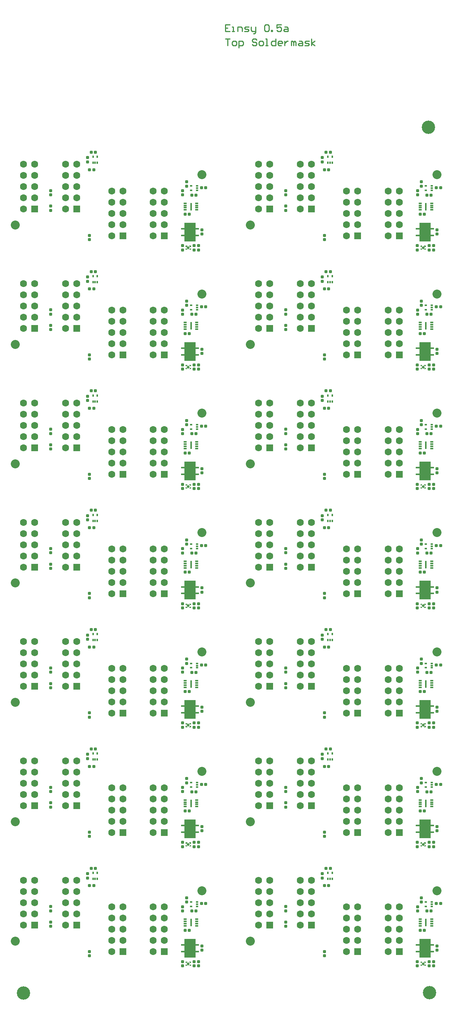
<source format=gts>
G04 Layer_Color=8388736*
%FSLAX24Y24*%
%MOIN*%
G70*
G01*
G75*
%ADD12C,0.0100*%
%ADD14P,0.0290X4X180.0*%
%ADD51R,0.1040X0.1680*%
G04:AMPARAMS|DCode=52|XSize=118.7mil|YSize=118.7mil|CornerRadius=59.4mil|HoleSize=0mil|Usage=FLASHONLY|Rotation=90.000|XOffset=0mil|YOffset=0mil|HoleType=Round|Shape=RoundedRectangle|*
%AMROUNDEDRECTD52*
21,1,0.1187,0.0000,0,0,90.0*
21,1,0.0000,0.1187,0,0,90.0*
1,1,0.1187,0.0000,0.0000*
1,1,0.1187,0.0000,0.0000*
1,1,0.1187,0.0000,0.0000*
1,1,0.1187,0.0000,0.0000*
%
%ADD52ROUNDEDRECTD52*%
%ADD53R,0.0847X0.0847*%
%ADD54O,0.0355X0.0150*%
%ADD55O,0.0150X0.0355*%
%ADD56R,0.0257X0.0138*%
%ADD57R,0.0119X0.0670*%
G04:AMPARAMS|DCode=58|XSize=26mil|YSize=28mil|CornerRadius=6.4mil|HoleSize=0mil|Usage=FLASHONLY|Rotation=90.000|XOffset=0mil|YOffset=0mil|HoleType=Round|Shape=RoundedRectangle|*
%AMROUNDEDRECTD58*
21,1,0.0260,0.0152,0,0,90.0*
21,1,0.0132,0.0280,0,0,90.0*
1,1,0.0128,0.0076,0.0066*
1,1,0.0128,0.0076,-0.0066*
1,1,0.0128,-0.0076,-0.0066*
1,1,0.0128,-0.0076,0.0066*
%
%ADD58ROUNDEDRECTD58*%
%ADD59R,0.0158X0.0217*%
G04:AMPARAMS|DCode=60|XSize=26mil|YSize=28mil|CornerRadius=6.4mil|HoleSize=0mil|Usage=FLASHONLY|Rotation=180.000|XOffset=0mil|YOffset=0mil|HoleType=Round|Shape=RoundedRectangle|*
%AMROUNDEDRECTD60*
21,1,0.0260,0.0152,0,0,180.0*
21,1,0.0132,0.0280,0,0,180.0*
1,1,0.0128,-0.0066,0.0076*
1,1,0.0128,0.0066,0.0076*
1,1,0.0128,0.0066,-0.0076*
1,1,0.0128,-0.0066,-0.0076*
%
%ADD60ROUNDEDRECTD60*%
G04:AMPARAMS|DCode=61|XSize=80mil|YSize=80mil|CornerRadius=40mil|HoleSize=0mil|Usage=FLASHONLY|Rotation=360.000|XOffset=0mil|YOffset=0mil|HoleType=Round|Shape=RoundedRectangle|*
%AMROUNDEDRECTD61*
21,1,0.0800,0.0000,0,0,360.0*
21,1,0.0000,0.0800,0,0,360.0*
1,1,0.0800,0.0000,0.0000*
1,1,0.0800,0.0000,0.0000*
1,1,0.0800,0.0000,0.0000*
1,1,0.0800,0.0000,0.0000*
%
%ADD61ROUNDEDRECTD61*%
%ADD62R,0.0217X0.0158*%
%ADD63R,0.0631X0.0631*%
%ADD64C,0.0631*%
G36*
X41009Y67932D02*
X40907D01*
X40848Y67991D01*
Y68034D01*
X41009D01*
Y67932D01*
D02*
G37*
G36*
X40682Y67991D02*
X40623Y67932D01*
X40521D01*
Y68034D01*
X40682D01*
Y67991D01*
D02*
G37*
G36*
X19989Y67932D02*
X19887D01*
X19828Y67991D01*
Y68034D01*
X19989D01*
Y67932D01*
D02*
G37*
G36*
X19662Y67991D02*
X19603Y67932D01*
X19501D01*
Y68034D01*
X19662D01*
Y67991D01*
D02*
G37*
G36*
X41009Y67672D02*
X40848D01*
Y67715D01*
X40907Y67774D01*
X41009D01*
Y67672D01*
D02*
G37*
G36*
X40682Y67715D02*
Y67672D01*
X40521D01*
Y67774D01*
X40623D01*
X40682Y67715D01*
D02*
G37*
G36*
X19989Y67672D02*
X19828D01*
Y67715D01*
X19887Y67774D01*
X19989D01*
Y67672D01*
D02*
G37*
G36*
X19662Y67715D02*
Y67672D01*
X19501D01*
Y67774D01*
X19603D01*
X19662Y67715D01*
D02*
G37*
G36*
X41009Y57272D02*
X40907D01*
X40848Y57331D01*
Y57374D01*
X41009D01*
Y57272D01*
D02*
G37*
G36*
X40682Y57331D02*
X40623Y57272D01*
X40521D01*
Y57374D01*
X40682D01*
Y57331D01*
D02*
G37*
G36*
X19989Y57272D02*
X19887D01*
X19828Y57331D01*
Y57374D01*
X19989D01*
Y57272D01*
D02*
G37*
G36*
X19662Y57331D02*
X19603Y57272D01*
X19501D01*
Y57374D01*
X19662D01*
Y57331D01*
D02*
G37*
G36*
X41009Y57012D02*
X40848D01*
Y57055D01*
X40907Y57114D01*
X41009D01*
Y57012D01*
D02*
G37*
G36*
X40682Y57055D02*
Y57012D01*
X40521D01*
Y57114D01*
X40623D01*
X40682Y57055D01*
D02*
G37*
G36*
X19989Y57012D02*
X19828D01*
Y57055D01*
X19887Y57114D01*
X19989D01*
Y57012D01*
D02*
G37*
G36*
X19662Y57055D02*
Y57012D01*
X19501D01*
Y57114D01*
X19603D01*
X19662Y57055D01*
D02*
G37*
G36*
X41009Y46612D02*
X40907D01*
X40848Y46671D01*
Y46714D01*
X41009D01*
Y46612D01*
D02*
G37*
G36*
X40682Y46671D02*
X40623Y46612D01*
X40521D01*
Y46714D01*
X40682D01*
Y46671D01*
D02*
G37*
G36*
X19989Y46612D02*
X19887D01*
X19828Y46671D01*
Y46714D01*
X19989D01*
Y46612D01*
D02*
G37*
G36*
X19662Y46671D02*
X19603Y46612D01*
X19501D01*
Y46714D01*
X19662D01*
Y46671D01*
D02*
G37*
G36*
X41009Y46352D02*
X40848D01*
Y46395D01*
X40907Y46454D01*
X41009D01*
Y46352D01*
D02*
G37*
G36*
X40682Y46395D02*
Y46352D01*
X40521D01*
Y46454D01*
X40623D01*
X40682Y46395D01*
D02*
G37*
G36*
X19989Y46352D02*
X19828D01*
Y46395D01*
X19887Y46454D01*
X19989D01*
Y46352D01*
D02*
G37*
G36*
X19662Y46395D02*
Y46352D01*
X19501D01*
Y46454D01*
X19603D01*
X19662Y46395D01*
D02*
G37*
G36*
X41009Y35952D02*
X40907D01*
X40848Y36011D01*
Y36054D01*
X41009D01*
Y35952D01*
D02*
G37*
G36*
X40682Y36011D02*
X40623Y35952D01*
X40521D01*
Y36054D01*
X40682D01*
Y36011D01*
D02*
G37*
G36*
X19989Y35952D02*
X19887D01*
X19828Y36011D01*
Y36054D01*
X19989D01*
Y35952D01*
D02*
G37*
G36*
X19662Y36011D02*
X19603Y35952D01*
X19501D01*
Y36054D01*
X19662D01*
Y36011D01*
D02*
G37*
G36*
X41009Y35692D02*
X40848D01*
Y35735D01*
X40907Y35794D01*
X41009D01*
Y35692D01*
D02*
G37*
G36*
X40682Y35735D02*
Y35692D01*
X40521D01*
Y35794D01*
X40623D01*
X40682Y35735D01*
D02*
G37*
G36*
X19989Y35692D02*
X19828D01*
Y35735D01*
X19887Y35794D01*
X19989D01*
Y35692D01*
D02*
G37*
G36*
X19662Y35735D02*
Y35692D01*
X19501D01*
Y35794D01*
X19603D01*
X19662Y35735D01*
D02*
G37*
G36*
X41009Y25292D02*
X40907D01*
X40848Y25351D01*
Y25394D01*
X41009D01*
Y25292D01*
D02*
G37*
G36*
X40682Y25351D02*
X40623Y25292D01*
X40521D01*
Y25394D01*
X40682D01*
Y25351D01*
D02*
G37*
G36*
X19989Y25292D02*
X19887D01*
X19828Y25351D01*
Y25394D01*
X19989D01*
Y25292D01*
D02*
G37*
G36*
X19662Y25351D02*
X19603Y25292D01*
X19501D01*
Y25394D01*
X19662D01*
Y25351D01*
D02*
G37*
G36*
X41009Y25032D02*
X40848D01*
Y25075D01*
X40907Y25134D01*
X41009D01*
Y25032D01*
D02*
G37*
G36*
X40682Y25075D02*
Y25032D01*
X40521D01*
Y25134D01*
X40623D01*
X40682Y25075D01*
D02*
G37*
G36*
X19989Y25032D02*
X19828D01*
Y25075D01*
X19887Y25134D01*
X19989D01*
Y25032D01*
D02*
G37*
G36*
X19662Y25075D02*
Y25032D01*
X19501D01*
Y25134D01*
X19603D01*
X19662Y25075D01*
D02*
G37*
G36*
X41009Y14632D02*
X40907D01*
X40848Y14691D01*
Y14734D01*
X41009D01*
Y14632D01*
D02*
G37*
G36*
X40682Y14691D02*
X40623Y14632D01*
X40521D01*
Y14734D01*
X40682D01*
Y14691D01*
D02*
G37*
G36*
X19989Y14632D02*
X19887D01*
X19828Y14691D01*
Y14734D01*
X19989D01*
Y14632D01*
D02*
G37*
G36*
X19662Y14691D02*
X19603Y14632D01*
X19501D01*
Y14734D01*
X19662D01*
Y14691D01*
D02*
G37*
G36*
X41009Y14372D02*
X40848D01*
Y14415D01*
X40907Y14474D01*
X41009D01*
Y14372D01*
D02*
G37*
G36*
X40682Y14415D02*
Y14372D01*
X40521D01*
Y14474D01*
X40623D01*
X40682Y14415D01*
D02*
G37*
G36*
X19989Y14372D02*
X19828D01*
Y14415D01*
X19887Y14474D01*
X19989D01*
Y14372D01*
D02*
G37*
G36*
X19662Y14415D02*
Y14372D01*
X19501D01*
Y14474D01*
X19603D01*
X19662Y14415D01*
D02*
G37*
G36*
X41009Y3972D02*
X40907D01*
X40848Y4031D01*
Y4074D01*
X41009D01*
Y3972D01*
D02*
G37*
G36*
X40682Y4031D02*
X40623Y3972D01*
X40521D01*
Y4074D01*
X40682D01*
Y4031D01*
D02*
G37*
G36*
X19989Y3972D02*
X19887D01*
X19828Y4031D01*
Y4074D01*
X19989D01*
Y3972D01*
D02*
G37*
G36*
X19662Y4031D02*
X19603Y3972D01*
X19501D01*
Y4074D01*
X19662D01*
Y4031D01*
D02*
G37*
G36*
X41009Y3712D02*
X40848D01*
Y3755D01*
X40907Y3814D01*
X41009D01*
Y3712D01*
D02*
G37*
G36*
X40682Y3755D02*
Y3712D01*
X40521D01*
Y3814D01*
X40623D01*
X40682Y3755D01*
D02*
G37*
G36*
X19989Y3712D02*
X19828D01*
Y3755D01*
X19887Y3814D01*
X19989D01*
Y3712D01*
D02*
G37*
G36*
X19662Y3755D02*
Y3712D01*
X19501D01*
Y3814D01*
X19603D01*
X19662Y3755D01*
D02*
G37*
G54D12*
X23477Y87775D02*
X23077D01*
Y87175D01*
X23477D01*
X23077Y87475D02*
X23277D01*
X23677Y87175D02*
X23877D01*
X23777D01*
Y87575D01*
X23677D01*
X24176Y87175D02*
Y87575D01*
X24476D01*
X24576Y87475D01*
Y87175D01*
X24776D02*
X25076D01*
X25176Y87275D01*
X25076Y87375D01*
X24876D01*
X24776Y87475D01*
X24876Y87575D01*
X25176D01*
X25376D02*
Y87275D01*
X25476Y87175D01*
X25776D01*
Y87075D01*
X25676Y86975D01*
X25576D01*
X25776Y87175D02*
Y87575D01*
X26576Y87675D02*
X26676Y87775D01*
X26876D01*
X26976Y87675D01*
Y87275D01*
X26876Y87175D01*
X26676D01*
X26576Y87275D01*
Y87675D01*
X27175Y87175D02*
Y87275D01*
X27275D01*
Y87175D01*
X27175D01*
X28075Y87775D02*
X27675D01*
Y87475D01*
X27875Y87575D01*
X27975D01*
X28075Y87475D01*
Y87275D01*
X27975Y87175D01*
X27775D01*
X27675Y87275D01*
X28375Y87575D02*
X28575D01*
X28675Y87475D01*
Y87175D01*
X28375D01*
X28275Y87275D01*
X28375Y87375D01*
X28675D01*
X23077Y86525D02*
X23477D01*
X23277D01*
Y85925D01*
X23777D02*
X23976D01*
X24076Y86025D01*
Y86225D01*
X23976Y86325D01*
X23777D01*
X23677Y86225D01*
Y86025D01*
X23777Y85925D01*
X24276Y85725D02*
Y86325D01*
X24576D01*
X24676Y86225D01*
Y86025D01*
X24576Y85925D01*
X24276D01*
X25876Y86425D02*
X25776Y86525D01*
X25576D01*
X25476Y86425D01*
Y86325D01*
X25576Y86225D01*
X25776D01*
X25876Y86125D01*
Y86025D01*
X25776Y85925D01*
X25576D01*
X25476Y86025D01*
X26176Y85925D02*
X26376D01*
X26476Y86025D01*
Y86225D01*
X26376Y86325D01*
X26176D01*
X26076Y86225D01*
Y86025D01*
X26176Y85925D01*
X26676D02*
X26876D01*
X26776D01*
Y86525D01*
X26676D01*
X27575D02*
Y85925D01*
X27275D01*
X27175Y86025D01*
Y86225D01*
X27275Y86325D01*
X27575D01*
X28075Y85925D02*
X27875D01*
X27775Y86025D01*
Y86225D01*
X27875Y86325D01*
X28075D01*
X28175Y86225D01*
Y86125D01*
X27775D01*
X28375Y86325D02*
Y85925D01*
Y86125D01*
X28475Y86225D01*
X28575Y86325D01*
X28675D01*
X28975Y85925D02*
Y86325D01*
X29075D01*
X29175Y86225D01*
Y85925D01*
Y86225D01*
X29275Y86325D01*
X29375Y86225D01*
Y85925D01*
X29675Y86325D02*
X29875D01*
X29975Y86225D01*
Y85925D01*
X29675D01*
X29575Y86025D01*
X29675Y86125D01*
X29975D01*
X30174Y85925D02*
X30474D01*
X30574Y86025D01*
X30474Y86125D01*
X30274D01*
X30174Y86225D01*
X30274Y86325D01*
X30574D01*
X30774Y85925D02*
Y86525D01*
Y86125D02*
X31074Y86325D01*
X30774Y86125D02*
X31074Y85925D01*
G54D14*
X40765Y3893D02*
D03*
Y14553D02*
D03*
Y25213D02*
D03*
Y35873D02*
D03*
Y46533D02*
D03*
Y57193D02*
D03*
Y67853D02*
D03*
X19745Y3893D02*
D03*
Y14553D02*
D03*
Y25213D02*
D03*
Y35873D02*
D03*
Y46533D02*
D03*
Y57193D02*
D03*
Y67853D02*
D03*
G54D51*
X40927Y5288D02*
D03*
Y15948D02*
D03*
Y26608D02*
D03*
Y37268D02*
D03*
Y47928D02*
D03*
Y58588D02*
D03*
Y69248D02*
D03*
X19907Y5288D02*
D03*
Y15948D02*
D03*
Y26608D02*
D03*
Y37268D02*
D03*
Y47928D02*
D03*
Y58588D02*
D03*
Y69248D02*
D03*
G54D52*
X4989Y1289D02*
D03*
X41328Y1328D02*
D03*
X41228Y78627D02*
D03*
G54D53*
X40917Y5288D02*
D03*
Y15948D02*
D03*
Y26608D02*
D03*
Y37268D02*
D03*
Y47928D02*
D03*
Y58588D02*
D03*
Y69248D02*
D03*
X19897Y5288D02*
D03*
Y15948D02*
D03*
Y26608D02*
D03*
Y37268D02*
D03*
Y47928D02*
D03*
Y58588D02*
D03*
Y69248D02*
D03*
G54D54*
X41559Y5584D02*
D03*
Y4993D02*
D03*
X40275D02*
D03*
Y5584D02*
D03*
X41559Y16244D02*
D03*
Y15653D02*
D03*
X40275D02*
D03*
Y16244D02*
D03*
X41559Y26904D02*
D03*
Y26313D02*
D03*
X40275D02*
D03*
Y26904D02*
D03*
X41559Y37564D02*
D03*
Y36973D02*
D03*
X40275D02*
D03*
Y37564D02*
D03*
X41559Y48224D02*
D03*
Y47633D02*
D03*
X40275D02*
D03*
Y48224D02*
D03*
X41559Y58884D02*
D03*
Y58293D02*
D03*
X40275D02*
D03*
Y58884D02*
D03*
X41559Y69544D02*
D03*
Y68953D02*
D03*
X40275D02*
D03*
Y69544D02*
D03*
X20539Y5584D02*
D03*
Y4993D02*
D03*
X19255D02*
D03*
Y5584D02*
D03*
X20539Y16244D02*
D03*
Y15653D02*
D03*
X19255D02*
D03*
Y16244D02*
D03*
X20539Y26904D02*
D03*
Y26313D02*
D03*
X19255D02*
D03*
Y26904D02*
D03*
X20539Y37564D02*
D03*
Y36973D02*
D03*
X19255D02*
D03*
Y37564D02*
D03*
X20539Y48224D02*
D03*
Y47633D02*
D03*
X19255D02*
D03*
Y48224D02*
D03*
X20539Y58884D02*
D03*
Y58293D02*
D03*
X19255D02*
D03*
Y58884D02*
D03*
X20539Y69544D02*
D03*
Y68953D02*
D03*
X19255D02*
D03*
Y69544D02*
D03*
G54D55*
X41311Y4646D02*
D03*
X41114D02*
D03*
X40917D02*
D03*
X40720D02*
D03*
X40523D02*
D03*
Y5930D02*
D03*
X40720D02*
D03*
X40917D02*
D03*
X41114D02*
D03*
X41311D02*
D03*
Y15306D02*
D03*
X41114D02*
D03*
X40917D02*
D03*
X40720D02*
D03*
X40523D02*
D03*
Y16590D02*
D03*
X40720D02*
D03*
X40917D02*
D03*
X41114D02*
D03*
X41311D02*
D03*
Y25966D02*
D03*
X41114D02*
D03*
X40917D02*
D03*
X40720D02*
D03*
X40523D02*
D03*
Y27250D02*
D03*
X40720D02*
D03*
X40917D02*
D03*
X41114D02*
D03*
X41311D02*
D03*
Y36626D02*
D03*
X41114D02*
D03*
X40917D02*
D03*
X40720D02*
D03*
X40523D02*
D03*
Y37910D02*
D03*
X40720D02*
D03*
X40917D02*
D03*
X41114D02*
D03*
X41311D02*
D03*
Y47286D02*
D03*
X41114D02*
D03*
X40917D02*
D03*
X40720D02*
D03*
X40523D02*
D03*
Y48570D02*
D03*
X40720D02*
D03*
X40917D02*
D03*
X41114D02*
D03*
X41311D02*
D03*
Y57946D02*
D03*
X41114D02*
D03*
X40917D02*
D03*
X40720D02*
D03*
X40523D02*
D03*
Y59230D02*
D03*
X40720D02*
D03*
X40917D02*
D03*
X41114D02*
D03*
X41311D02*
D03*
Y68606D02*
D03*
X41114D02*
D03*
X40917D02*
D03*
X40720D02*
D03*
X40523D02*
D03*
Y69890D02*
D03*
X40720D02*
D03*
X40917D02*
D03*
X41114D02*
D03*
X41311D02*
D03*
X20291Y4646D02*
D03*
X20094D02*
D03*
X19897D02*
D03*
X19700D02*
D03*
X19503D02*
D03*
Y5930D02*
D03*
X19700D02*
D03*
X19897D02*
D03*
X20094D02*
D03*
X20291D02*
D03*
Y15306D02*
D03*
X20094D02*
D03*
X19897D02*
D03*
X19700D02*
D03*
X19503D02*
D03*
Y16590D02*
D03*
X19700D02*
D03*
X19897D02*
D03*
X20094D02*
D03*
X20291D02*
D03*
Y25966D02*
D03*
X20094D02*
D03*
X19897D02*
D03*
X19700D02*
D03*
X19503D02*
D03*
Y27250D02*
D03*
X19700D02*
D03*
X19897D02*
D03*
X20094D02*
D03*
X20291D02*
D03*
Y36626D02*
D03*
X20094D02*
D03*
X19897D02*
D03*
X19700D02*
D03*
X19503D02*
D03*
Y37910D02*
D03*
X19700D02*
D03*
X19897D02*
D03*
X20094D02*
D03*
X20291D02*
D03*
Y47286D02*
D03*
X20094D02*
D03*
X19897D02*
D03*
X19700D02*
D03*
X19503D02*
D03*
Y48570D02*
D03*
X19700D02*
D03*
X19897D02*
D03*
X20094D02*
D03*
X20291D02*
D03*
Y57946D02*
D03*
X20094D02*
D03*
X19897D02*
D03*
X19700D02*
D03*
X19503D02*
D03*
Y59230D02*
D03*
X19700D02*
D03*
X19897D02*
D03*
X20094D02*
D03*
X20291D02*
D03*
Y68606D02*
D03*
X20094D02*
D03*
X19897D02*
D03*
X19700D02*
D03*
X19503D02*
D03*
Y69890D02*
D03*
X19700D02*
D03*
X19897D02*
D03*
X20094D02*
D03*
X20291D02*
D03*
G54D56*
X41535Y7278D02*
D03*
Y7475D02*
D03*
Y7671D02*
D03*
Y7868D02*
D03*
X40495Y7278D02*
D03*
Y7475D02*
D03*
Y7671D02*
D03*
Y7868D02*
D03*
X41535Y17938D02*
D03*
Y18135D02*
D03*
Y18331D02*
D03*
Y18528D02*
D03*
X40495Y17938D02*
D03*
Y18135D02*
D03*
Y18331D02*
D03*
Y18528D02*
D03*
X41535Y28598D02*
D03*
Y28795D02*
D03*
Y28991D02*
D03*
Y29188D02*
D03*
X40495Y28598D02*
D03*
Y28795D02*
D03*
Y28991D02*
D03*
Y29188D02*
D03*
X41535Y39258D02*
D03*
Y39455D02*
D03*
Y39651D02*
D03*
Y39848D02*
D03*
X40495Y39258D02*
D03*
Y39455D02*
D03*
Y39651D02*
D03*
Y39848D02*
D03*
X41535Y49918D02*
D03*
Y50115D02*
D03*
Y50311D02*
D03*
Y50508D02*
D03*
X40495Y49918D02*
D03*
Y50115D02*
D03*
Y50311D02*
D03*
Y50508D02*
D03*
X41535Y60578D02*
D03*
Y60775D02*
D03*
Y60971D02*
D03*
Y61168D02*
D03*
X40495Y60578D02*
D03*
Y60775D02*
D03*
Y60971D02*
D03*
Y61168D02*
D03*
X41535Y71238D02*
D03*
Y71435D02*
D03*
Y71631D02*
D03*
Y71828D02*
D03*
X40495Y71238D02*
D03*
Y71435D02*
D03*
Y71631D02*
D03*
Y71828D02*
D03*
X20515Y7278D02*
D03*
Y7475D02*
D03*
Y7671D02*
D03*
Y7868D02*
D03*
X19475Y7278D02*
D03*
Y7475D02*
D03*
Y7671D02*
D03*
Y7868D02*
D03*
X20515Y17938D02*
D03*
Y18135D02*
D03*
Y18331D02*
D03*
Y18528D02*
D03*
X19475Y17938D02*
D03*
Y18135D02*
D03*
Y18331D02*
D03*
Y18528D02*
D03*
X20515Y28598D02*
D03*
Y28795D02*
D03*
Y28991D02*
D03*
Y29188D02*
D03*
X19475Y28598D02*
D03*
Y28795D02*
D03*
Y28991D02*
D03*
Y29188D02*
D03*
X20515Y39258D02*
D03*
Y39455D02*
D03*
Y39651D02*
D03*
Y39848D02*
D03*
X19475Y39258D02*
D03*
Y39455D02*
D03*
Y39651D02*
D03*
Y39848D02*
D03*
X20515Y49918D02*
D03*
Y50115D02*
D03*
Y50311D02*
D03*
Y50508D02*
D03*
X19475Y49918D02*
D03*
Y50115D02*
D03*
Y50311D02*
D03*
Y50508D02*
D03*
X20515Y60578D02*
D03*
Y60775D02*
D03*
Y60971D02*
D03*
Y61168D02*
D03*
X19475Y60578D02*
D03*
Y60775D02*
D03*
Y60971D02*
D03*
Y61168D02*
D03*
X20515Y71238D02*
D03*
Y71435D02*
D03*
Y71631D02*
D03*
Y71828D02*
D03*
X19475Y71238D02*
D03*
Y71435D02*
D03*
Y71631D02*
D03*
Y71828D02*
D03*
G54D57*
X41015Y7573D02*
D03*
Y18233D02*
D03*
Y28893D02*
D03*
Y39553D02*
D03*
Y50213D02*
D03*
Y60873D02*
D03*
Y71533D02*
D03*
X19995Y7573D02*
D03*
Y18233D02*
D03*
Y28893D02*
D03*
Y39553D02*
D03*
Y50213D02*
D03*
Y60873D02*
D03*
Y71533D02*
D03*
G54D58*
X31745Y11941D02*
D03*
Y11565D02*
D03*
X41285Y3704D02*
D03*
Y4081D02*
D03*
X41695Y3704D02*
D03*
Y4081D02*
D03*
X41995Y5491D02*
D03*
Y5114D02*
D03*
X40245Y3704D02*
D03*
Y4081D02*
D03*
X40615Y9783D02*
D03*
Y9404D02*
D03*
X40255Y8993D02*
D03*
Y8614D02*
D03*
X31925Y4613D02*
D03*
Y4992D02*
D03*
X28455Y7613D02*
D03*
Y7234D02*
D03*
Y9003D02*
D03*
Y8624D02*
D03*
X31745Y22601D02*
D03*
Y22225D02*
D03*
X41285Y14365D02*
D03*
Y14741D02*
D03*
X41695Y14365D02*
D03*
Y14741D02*
D03*
X41995Y16151D02*
D03*
Y15775D02*
D03*
X40245Y14365D02*
D03*
Y14741D02*
D03*
X40615Y20443D02*
D03*
Y20064D02*
D03*
X40255Y19653D02*
D03*
Y19274D02*
D03*
X31925Y15273D02*
D03*
Y15652D02*
D03*
X28455Y18273D02*
D03*
Y17894D02*
D03*
Y19663D02*
D03*
Y19284D02*
D03*
X31745Y33261D02*
D03*
Y32885D02*
D03*
X41285Y25024D02*
D03*
Y25401D02*
D03*
X41695Y25024D02*
D03*
Y25401D02*
D03*
X41995Y26811D02*
D03*
Y26435D02*
D03*
X40245Y25024D02*
D03*
Y25401D02*
D03*
X40615Y31103D02*
D03*
Y30724D02*
D03*
X40255Y30313D02*
D03*
Y29934D02*
D03*
X31925Y25933D02*
D03*
Y26312D02*
D03*
X28455Y28933D02*
D03*
Y28554D02*
D03*
Y30323D02*
D03*
Y29944D02*
D03*
X31745Y43921D02*
D03*
Y43545D02*
D03*
X41285Y35684D02*
D03*
Y36061D02*
D03*
X41695Y35684D02*
D03*
Y36061D02*
D03*
X41995Y37471D02*
D03*
Y37095D02*
D03*
X40245Y35684D02*
D03*
Y36061D02*
D03*
X40615Y41763D02*
D03*
Y41384D02*
D03*
X40255Y40973D02*
D03*
Y40594D02*
D03*
X31925Y36593D02*
D03*
Y36972D02*
D03*
X28455Y39593D02*
D03*
Y39214D02*
D03*
Y40983D02*
D03*
Y40604D02*
D03*
X31745Y54581D02*
D03*
Y54205D02*
D03*
X41285Y46344D02*
D03*
Y46722D02*
D03*
X41695Y46344D02*
D03*
Y46722D02*
D03*
X41995Y48131D02*
D03*
Y47755D02*
D03*
X40245Y46344D02*
D03*
Y46722D02*
D03*
X40615Y52423D02*
D03*
Y52044D02*
D03*
X40255Y51633D02*
D03*
Y51254D02*
D03*
X31925Y47253D02*
D03*
Y47632D02*
D03*
X28455Y50253D02*
D03*
Y49874D02*
D03*
Y51643D02*
D03*
Y51264D02*
D03*
X31745Y65241D02*
D03*
Y64865D02*
D03*
X41285Y57004D02*
D03*
Y57382D02*
D03*
X41695Y57004D02*
D03*
Y57382D02*
D03*
X41995Y58791D02*
D03*
Y58415D02*
D03*
X40245Y57004D02*
D03*
Y57382D02*
D03*
X40615Y63083D02*
D03*
Y62704D02*
D03*
X40255Y62293D02*
D03*
Y61914D02*
D03*
X31925Y57913D02*
D03*
Y58292D02*
D03*
X28455Y60913D02*
D03*
Y60534D02*
D03*
Y62303D02*
D03*
Y61924D02*
D03*
X31745Y75901D02*
D03*
Y75525D02*
D03*
X41285Y67664D02*
D03*
Y68042D02*
D03*
X41695Y67664D02*
D03*
Y68042D02*
D03*
X41995Y69451D02*
D03*
Y69075D02*
D03*
X40245Y67664D02*
D03*
Y68042D02*
D03*
X40615Y73743D02*
D03*
Y73364D02*
D03*
X40255Y72953D02*
D03*
Y72574D02*
D03*
X31925Y68573D02*
D03*
Y68952D02*
D03*
X28455Y71573D02*
D03*
Y71194D02*
D03*
Y72963D02*
D03*
Y72584D02*
D03*
X10725Y11941D02*
D03*
Y11565D02*
D03*
X20265Y3704D02*
D03*
Y4081D02*
D03*
X20675Y3704D02*
D03*
Y4081D02*
D03*
X20975Y5491D02*
D03*
Y5114D02*
D03*
X19225Y3704D02*
D03*
Y4081D02*
D03*
X19595Y9783D02*
D03*
Y9404D02*
D03*
X19235Y8993D02*
D03*
Y8614D02*
D03*
X10905Y4613D02*
D03*
Y4992D02*
D03*
X7435Y7613D02*
D03*
Y7234D02*
D03*
Y9003D02*
D03*
Y8624D02*
D03*
X10725Y22601D02*
D03*
Y22225D02*
D03*
X20265Y14365D02*
D03*
Y14741D02*
D03*
X20675Y14365D02*
D03*
Y14741D02*
D03*
X20975Y16151D02*
D03*
Y15775D02*
D03*
X19225Y14365D02*
D03*
Y14741D02*
D03*
X19595Y20443D02*
D03*
Y20064D02*
D03*
X19235Y19653D02*
D03*
Y19274D02*
D03*
X10905Y15273D02*
D03*
Y15652D02*
D03*
X7435Y18273D02*
D03*
Y17894D02*
D03*
Y19663D02*
D03*
Y19284D02*
D03*
X10725Y33261D02*
D03*
Y32885D02*
D03*
X20265Y25024D02*
D03*
Y25401D02*
D03*
X20675Y25024D02*
D03*
Y25401D02*
D03*
X20975Y26811D02*
D03*
Y26435D02*
D03*
X19225Y25024D02*
D03*
Y25401D02*
D03*
X19595Y31103D02*
D03*
Y30724D02*
D03*
X19235Y30313D02*
D03*
Y29934D02*
D03*
X10905Y25933D02*
D03*
Y26312D02*
D03*
X7435Y28933D02*
D03*
Y28554D02*
D03*
Y30323D02*
D03*
Y29944D02*
D03*
X10725Y43921D02*
D03*
Y43545D02*
D03*
X20265Y35684D02*
D03*
Y36061D02*
D03*
X20675Y35684D02*
D03*
Y36061D02*
D03*
X20975Y37471D02*
D03*
Y37095D02*
D03*
X19225Y35684D02*
D03*
Y36061D02*
D03*
X19595Y41763D02*
D03*
Y41384D02*
D03*
X19235Y40973D02*
D03*
Y40594D02*
D03*
X10905Y36593D02*
D03*
Y36972D02*
D03*
X7435Y39593D02*
D03*
Y39214D02*
D03*
Y40983D02*
D03*
Y40604D02*
D03*
X10725Y54581D02*
D03*
Y54205D02*
D03*
X20265Y46344D02*
D03*
Y46722D02*
D03*
X20675Y46344D02*
D03*
Y46722D02*
D03*
X20975Y48131D02*
D03*
Y47755D02*
D03*
X19225Y46344D02*
D03*
Y46722D02*
D03*
X19595Y52423D02*
D03*
Y52044D02*
D03*
X19235Y51633D02*
D03*
Y51254D02*
D03*
X10905Y47253D02*
D03*
Y47632D02*
D03*
X7435Y50253D02*
D03*
Y49874D02*
D03*
Y51643D02*
D03*
Y51264D02*
D03*
X10725Y65241D02*
D03*
Y64865D02*
D03*
X20265Y57004D02*
D03*
Y57382D02*
D03*
X20675Y57004D02*
D03*
Y57382D02*
D03*
X20975Y58791D02*
D03*
Y58415D02*
D03*
X19225Y57004D02*
D03*
Y57382D02*
D03*
X19595Y63083D02*
D03*
Y62704D02*
D03*
X19235Y62293D02*
D03*
Y61914D02*
D03*
X10905Y57913D02*
D03*
Y58292D02*
D03*
X7435Y60913D02*
D03*
Y60534D02*
D03*
Y62303D02*
D03*
Y61924D02*
D03*
X10725Y75901D02*
D03*
Y75525D02*
D03*
X20265Y67664D02*
D03*
Y68042D02*
D03*
X20675Y67664D02*
D03*
Y68042D02*
D03*
X20975Y69451D02*
D03*
Y69075D02*
D03*
X19225Y67664D02*
D03*
Y68042D02*
D03*
X19595Y73743D02*
D03*
Y73364D02*
D03*
X19235Y72953D02*
D03*
Y72574D02*
D03*
X10905Y68573D02*
D03*
Y68952D02*
D03*
X7435Y71573D02*
D03*
Y71194D02*
D03*
Y72963D02*
D03*
Y72584D02*
D03*
G54D59*
X32238Y12019D02*
D03*
X32632D02*
D03*
X32633Y11487D02*
D03*
X32435D02*
D03*
X32237D02*
D03*
X32238Y22679D02*
D03*
X32632D02*
D03*
X32633Y22147D02*
D03*
X32435D02*
D03*
X32237D02*
D03*
X32238Y33339D02*
D03*
X32632D02*
D03*
X32633Y32807D02*
D03*
X32435D02*
D03*
X32237D02*
D03*
X32238Y43999D02*
D03*
X32632D02*
D03*
X32633Y43467D02*
D03*
X32435D02*
D03*
X32237D02*
D03*
X32238Y54659D02*
D03*
X32632D02*
D03*
X32633Y54127D02*
D03*
X32435D02*
D03*
X32237D02*
D03*
X32238Y65319D02*
D03*
X32632D02*
D03*
X32633Y64787D02*
D03*
X32435D02*
D03*
X32237D02*
D03*
X32238Y75979D02*
D03*
X32632D02*
D03*
X32633Y75447D02*
D03*
X32435D02*
D03*
X32237D02*
D03*
X11218Y12019D02*
D03*
X11612D02*
D03*
X11613Y11487D02*
D03*
X11415D02*
D03*
X11217D02*
D03*
X11218Y22679D02*
D03*
X11612D02*
D03*
X11613Y22147D02*
D03*
X11415D02*
D03*
X11217D02*
D03*
X11218Y33339D02*
D03*
X11612D02*
D03*
X11613Y32807D02*
D03*
X11415D02*
D03*
X11217D02*
D03*
X11218Y43999D02*
D03*
X11612D02*
D03*
X11613Y43467D02*
D03*
X11415D02*
D03*
X11217D02*
D03*
X11218Y54659D02*
D03*
X11612D02*
D03*
X11613Y54127D02*
D03*
X11415D02*
D03*
X11217D02*
D03*
X11218Y65319D02*
D03*
X11612D02*
D03*
X11613Y64787D02*
D03*
X11415D02*
D03*
X11217D02*
D03*
X11218Y75979D02*
D03*
X11612D02*
D03*
X11613Y75447D02*
D03*
X11415D02*
D03*
X11217D02*
D03*
G54D60*
X42324Y9273D02*
D03*
X41945D02*
D03*
X32305Y10873D02*
D03*
X31926D02*
D03*
X32076Y12433D02*
D03*
X32455D02*
D03*
X40486Y6893D02*
D03*
X40863D02*
D03*
X41086Y8603D02*
D03*
X41463D02*
D03*
X42324Y19933D02*
D03*
X41945D02*
D03*
X32305Y21533D02*
D03*
X31926D02*
D03*
X32076Y23093D02*
D03*
X32455D02*
D03*
X40486Y17553D02*
D03*
X40863D02*
D03*
X41086Y19263D02*
D03*
X41463D02*
D03*
X42324Y30593D02*
D03*
X41945D02*
D03*
X32305Y32193D02*
D03*
X31926D02*
D03*
X32076Y33753D02*
D03*
X32455D02*
D03*
X40486Y28213D02*
D03*
X40863D02*
D03*
X41086Y29923D02*
D03*
X41463D02*
D03*
X42324Y41253D02*
D03*
X41945D02*
D03*
X32305Y42853D02*
D03*
X31926D02*
D03*
X32076Y44413D02*
D03*
X32455D02*
D03*
X40486Y38873D02*
D03*
X40863D02*
D03*
X41086Y40583D02*
D03*
X41463D02*
D03*
X42324Y51913D02*
D03*
X41945D02*
D03*
X32305Y53513D02*
D03*
X31926D02*
D03*
X32076Y55073D02*
D03*
X32455D02*
D03*
X40486Y49533D02*
D03*
X40863D02*
D03*
X41086Y51243D02*
D03*
X41463D02*
D03*
X42324Y62573D02*
D03*
X41945D02*
D03*
X32305Y64173D02*
D03*
X31926D02*
D03*
X32076Y65733D02*
D03*
X32455D02*
D03*
X40486Y60193D02*
D03*
X40863D02*
D03*
X41086Y61903D02*
D03*
X41463D02*
D03*
X42324Y73233D02*
D03*
X41945D02*
D03*
X32305Y74833D02*
D03*
X31926D02*
D03*
X32076Y76393D02*
D03*
X32455D02*
D03*
X40486Y70853D02*
D03*
X40863D02*
D03*
X41086Y72563D02*
D03*
X41463D02*
D03*
X21304Y9273D02*
D03*
X20925D02*
D03*
X11285Y10873D02*
D03*
X10906D02*
D03*
X11056Y12433D02*
D03*
X11435D02*
D03*
X19466Y6893D02*
D03*
X19843D02*
D03*
X20066Y8603D02*
D03*
X20443D02*
D03*
X21304Y19933D02*
D03*
X20925D02*
D03*
X11285Y21533D02*
D03*
X10906D02*
D03*
X11056Y23093D02*
D03*
X11435D02*
D03*
X19466Y17553D02*
D03*
X19843D02*
D03*
X20066Y19263D02*
D03*
X20443D02*
D03*
X21304Y30593D02*
D03*
X20925D02*
D03*
X11285Y32193D02*
D03*
X10906D02*
D03*
X11056Y33753D02*
D03*
X11435D02*
D03*
X19466Y28213D02*
D03*
X19843D02*
D03*
X20066Y29923D02*
D03*
X20443D02*
D03*
X21304Y41253D02*
D03*
X20925D02*
D03*
X11285Y42853D02*
D03*
X10906D02*
D03*
X11056Y44413D02*
D03*
X11435D02*
D03*
X19466Y38873D02*
D03*
X19843D02*
D03*
X20066Y40583D02*
D03*
X20443D02*
D03*
X21304Y51913D02*
D03*
X20925D02*
D03*
X11285Y53513D02*
D03*
X10906D02*
D03*
X11056Y55073D02*
D03*
X11435D02*
D03*
X19466Y49533D02*
D03*
X19843D02*
D03*
X20066Y51243D02*
D03*
X20443D02*
D03*
X21304Y62573D02*
D03*
X20925D02*
D03*
X11285Y64173D02*
D03*
X10906D02*
D03*
X11056Y65733D02*
D03*
X11435D02*
D03*
X19466Y60193D02*
D03*
X19843D02*
D03*
X20066Y61903D02*
D03*
X20443D02*
D03*
X21304Y73233D02*
D03*
X20925D02*
D03*
X11285Y74833D02*
D03*
X10906D02*
D03*
X11056Y76393D02*
D03*
X11435D02*
D03*
X19466Y70853D02*
D03*
X19843D02*
D03*
X20066Y72563D02*
D03*
X20443D02*
D03*
G54D61*
X41985Y10433D02*
D03*
X25285Y5923D02*
D03*
X41985Y21093D02*
D03*
X25285Y16583D02*
D03*
X41985Y31753D02*
D03*
X25285Y27243D02*
D03*
X41985Y42413D02*
D03*
X25285Y37903D02*
D03*
X41985Y53073D02*
D03*
X25285Y48563D02*
D03*
X41985Y63733D02*
D03*
X25285Y59223D02*
D03*
X41985Y74393D02*
D03*
X25285Y69883D02*
D03*
X20965Y10433D02*
D03*
X4265Y5923D02*
D03*
X20965Y21093D02*
D03*
X4265Y16583D02*
D03*
X20965Y31753D02*
D03*
X4265Y27243D02*
D03*
X20965Y42413D02*
D03*
X4265Y37903D02*
D03*
X20965Y53073D02*
D03*
X4265Y48563D02*
D03*
X20965Y63733D02*
D03*
X4265Y59223D02*
D03*
X20965Y74393D02*
D03*
X4265Y69883D02*
D03*
G54D62*
X41541Y9015D02*
D03*
Y9213D02*
D03*
Y9411D02*
D03*
X41009Y9410D02*
D03*
Y9016D02*
D03*
X41541Y19675D02*
D03*
Y19873D02*
D03*
Y20071D02*
D03*
X41009Y20070D02*
D03*
Y19676D02*
D03*
X41541Y30335D02*
D03*
Y30533D02*
D03*
Y30731D02*
D03*
X41009Y30730D02*
D03*
Y30336D02*
D03*
X41541Y40995D02*
D03*
Y41193D02*
D03*
Y41391D02*
D03*
X41009Y41390D02*
D03*
Y40996D02*
D03*
X41541Y51655D02*
D03*
Y51853D02*
D03*
Y52051D02*
D03*
X41009Y52050D02*
D03*
Y51656D02*
D03*
X41541Y62315D02*
D03*
Y62513D02*
D03*
Y62711D02*
D03*
X41009Y62710D02*
D03*
Y62316D02*
D03*
X41541Y72975D02*
D03*
Y73173D02*
D03*
Y73371D02*
D03*
X41009Y73370D02*
D03*
Y72976D02*
D03*
X20521Y9015D02*
D03*
Y9213D02*
D03*
Y9411D02*
D03*
X19989Y9410D02*
D03*
Y9016D02*
D03*
X20521Y19675D02*
D03*
Y19873D02*
D03*
Y20071D02*
D03*
X19989Y20070D02*
D03*
Y19676D02*
D03*
X20521Y30335D02*
D03*
Y30533D02*
D03*
Y30731D02*
D03*
X19989Y30730D02*
D03*
Y30336D02*
D03*
X20521Y40995D02*
D03*
Y41193D02*
D03*
Y41391D02*
D03*
X19989Y41390D02*
D03*
Y40996D02*
D03*
X20521Y51655D02*
D03*
Y51853D02*
D03*
Y52051D02*
D03*
X19989Y52050D02*
D03*
Y51656D02*
D03*
X20521Y62315D02*
D03*
Y62513D02*
D03*
Y62711D02*
D03*
X19989Y62710D02*
D03*
Y62316D02*
D03*
X20521Y72975D02*
D03*
Y73173D02*
D03*
Y73371D02*
D03*
X19989Y73370D02*
D03*
Y72976D02*
D03*
G54D63*
X30777Y7350D02*
D03*
X38635Y4973D02*
D03*
X34915D02*
D03*
X27027Y7350D02*
D03*
X30777Y18010D02*
D03*
X38635Y15633D02*
D03*
X34915D02*
D03*
X27027Y18010D02*
D03*
X30777Y28670D02*
D03*
X38635Y26293D02*
D03*
X34915D02*
D03*
X27027Y28670D02*
D03*
X30777Y39330D02*
D03*
X38635Y36953D02*
D03*
X34915D02*
D03*
X27027Y39330D02*
D03*
X30777Y49990D02*
D03*
X38635Y47613D02*
D03*
X34915D02*
D03*
X27027Y49990D02*
D03*
X30777Y60650D02*
D03*
X38635Y58273D02*
D03*
X34915D02*
D03*
X27027Y60650D02*
D03*
X30777Y71310D02*
D03*
X38635Y68933D02*
D03*
X34915D02*
D03*
X27027Y71310D02*
D03*
X9757Y7350D02*
D03*
X17615Y4973D02*
D03*
X13895D02*
D03*
X6007Y7350D02*
D03*
X9757Y18010D02*
D03*
X17615Y15633D02*
D03*
X13895D02*
D03*
X6007Y18010D02*
D03*
X9757Y28670D02*
D03*
X17615Y26293D02*
D03*
X13895D02*
D03*
X6007Y28670D02*
D03*
X9757Y39330D02*
D03*
X17615Y36953D02*
D03*
X13895D02*
D03*
X6007Y39330D02*
D03*
X9757Y49990D02*
D03*
X17615Y47613D02*
D03*
X13895D02*
D03*
X6007Y49990D02*
D03*
X9757Y60650D02*
D03*
X17615Y58273D02*
D03*
X13895D02*
D03*
X6007Y60650D02*
D03*
X9757Y71310D02*
D03*
X17615Y68933D02*
D03*
X13895D02*
D03*
X6007Y71310D02*
D03*
G54D64*
X29777Y7350D02*
D03*
X30777Y8350D02*
D03*
X29777D02*
D03*
X30777Y9350D02*
D03*
X29777D02*
D03*
X30777Y10350D02*
D03*
X29777D02*
D03*
X30777Y11350D02*
D03*
X29777D02*
D03*
X37635Y8973D02*
D03*
X38635D02*
D03*
X37635Y7973D02*
D03*
X38635D02*
D03*
X37635Y6973D02*
D03*
X38635D02*
D03*
X37635Y5973D02*
D03*
X38635D02*
D03*
X37635Y4973D02*
D03*
X33915Y8973D02*
D03*
X34915D02*
D03*
X33915Y7973D02*
D03*
X34915D02*
D03*
X33915Y6973D02*
D03*
X34915D02*
D03*
X33915Y5973D02*
D03*
X34915D02*
D03*
X33915Y4973D02*
D03*
X26027Y7350D02*
D03*
X27027Y8350D02*
D03*
X26027D02*
D03*
X27027Y9350D02*
D03*
X26027D02*
D03*
X27027Y10350D02*
D03*
X26027D02*
D03*
X27027Y11350D02*
D03*
X26027D02*
D03*
X29777Y18010D02*
D03*
X30777Y19010D02*
D03*
X29777D02*
D03*
X30777Y20010D02*
D03*
X29777D02*
D03*
X30777Y21010D02*
D03*
X29777D02*
D03*
X30777Y22010D02*
D03*
X29777D02*
D03*
X37635Y19633D02*
D03*
X38635D02*
D03*
X37635Y18633D02*
D03*
X38635D02*
D03*
X37635Y17633D02*
D03*
X38635D02*
D03*
X37635Y16633D02*
D03*
X38635D02*
D03*
X37635Y15633D02*
D03*
X33915Y19633D02*
D03*
X34915D02*
D03*
X33915Y18633D02*
D03*
X34915D02*
D03*
X33915Y17633D02*
D03*
X34915D02*
D03*
X33915Y16633D02*
D03*
X34915D02*
D03*
X33915Y15633D02*
D03*
X26027Y18010D02*
D03*
X27027Y19010D02*
D03*
X26027D02*
D03*
X27027Y20010D02*
D03*
X26027D02*
D03*
X27027Y21010D02*
D03*
X26027D02*
D03*
X27027Y22010D02*
D03*
X26027D02*
D03*
X29777Y28670D02*
D03*
X30777Y29670D02*
D03*
X29777D02*
D03*
X30777Y30670D02*
D03*
X29777D02*
D03*
X30777Y31670D02*
D03*
X29777D02*
D03*
X30777Y32670D02*
D03*
X29777D02*
D03*
X37635Y30293D02*
D03*
X38635D02*
D03*
X37635Y29293D02*
D03*
X38635D02*
D03*
X37635Y28293D02*
D03*
X38635D02*
D03*
X37635Y27293D02*
D03*
X38635D02*
D03*
X37635Y26293D02*
D03*
X33915Y30293D02*
D03*
X34915D02*
D03*
X33915Y29293D02*
D03*
X34915D02*
D03*
X33915Y28293D02*
D03*
X34915D02*
D03*
X33915Y27293D02*
D03*
X34915D02*
D03*
X33915Y26293D02*
D03*
X26027Y28670D02*
D03*
X27027Y29670D02*
D03*
X26027D02*
D03*
X27027Y30670D02*
D03*
X26027D02*
D03*
X27027Y31670D02*
D03*
X26027D02*
D03*
X27027Y32670D02*
D03*
X26027D02*
D03*
X29777Y39330D02*
D03*
X30777Y40330D02*
D03*
X29777D02*
D03*
X30777Y41330D02*
D03*
X29777D02*
D03*
X30777Y42330D02*
D03*
X29777D02*
D03*
X30777Y43330D02*
D03*
X29777D02*
D03*
X37635Y40953D02*
D03*
X38635D02*
D03*
X37635Y39953D02*
D03*
X38635D02*
D03*
X37635Y38953D02*
D03*
X38635D02*
D03*
X37635Y37953D02*
D03*
X38635D02*
D03*
X37635Y36953D02*
D03*
X33915Y40953D02*
D03*
X34915D02*
D03*
X33915Y39953D02*
D03*
X34915D02*
D03*
X33915Y38953D02*
D03*
X34915D02*
D03*
X33915Y37953D02*
D03*
X34915D02*
D03*
X33915Y36953D02*
D03*
X26027Y39330D02*
D03*
X27027Y40330D02*
D03*
X26027D02*
D03*
X27027Y41330D02*
D03*
X26027D02*
D03*
X27027Y42330D02*
D03*
X26027D02*
D03*
X27027Y43330D02*
D03*
X26027D02*
D03*
X29777Y49990D02*
D03*
X30777Y50990D02*
D03*
X29777D02*
D03*
X30777Y51990D02*
D03*
X29777D02*
D03*
X30777Y52990D02*
D03*
X29777D02*
D03*
X30777Y53990D02*
D03*
X29777D02*
D03*
X37635Y51613D02*
D03*
X38635D02*
D03*
X37635Y50613D02*
D03*
X38635D02*
D03*
X37635Y49613D02*
D03*
X38635D02*
D03*
X37635Y48613D02*
D03*
X38635D02*
D03*
X37635Y47613D02*
D03*
X33915Y51613D02*
D03*
X34915D02*
D03*
X33915Y50613D02*
D03*
X34915D02*
D03*
X33915Y49613D02*
D03*
X34915D02*
D03*
X33915Y48613D02*
D03*
X34915D02*
D03*
X33915Y47613D02*
D03*
X26027Y49990D02*
D03*
X27027Y50990D02*
D03*
X26027D02*
D03*
X27027Y51990D02*
D03*
X26027D02*
D03*
X27027Y52990D02*
D03*
X26027D02*
D03*
X27027Y53990D02*
D03*
X26027D02*
D03*
X29777Y60650D02*
D03*
X30777Y61650D02*
D03*
X29777D02*
D03*
X30777Y62650D02*
D03*
X29777D02*
D03*
X30777Y63650D02*
D03*
X29777D02*
D03*
X30777Y64650D02*
D03*
X29777D02*
D03*
X37635Y62273D02*
D03*
X38635D02*
D03*
X37635Y61273D02*
D03*
X38635D02*
D03*
X37635Y60273D02*
D03*
X38635D02*
D03*
X37635Y59273D02*
D03*
X38635D02*
D03*
X37635Y58273D02*
D03*
X33915Y62273D02*
D03*
X34915D02*
D03*
X33915Y61273D02*
D03*
X34915D02*
D03*
X33915Y60273D02*
D03*
X34915D02*
D03*
X33915Y59273D02*
D03*
X34915D02*
D03*
X33915Y58273D02*
D03*
X26027Y60650D02*
D03*
X27027Y61650D02*
D03*
X26027D02*
D03*
X27027Y62650D02*
D03*
X26027D02*
D03*
X27027Y63650D02*
D03*
X26027D02*
D03*
X27027Y64650D02*
D03*
X26027D02*
D03*
X29777Y71310D02*
D03*
X30777Y72310D02*
D03*
X29777D02*
D03*
X30777Y73310D02*
D03*
X29777D02*
D03*
X30777Y74310D02*
D03*
X29777D02*
D03*
X30777Y75310D02*
D03*
X29777D02*
D03*
X37635Y72933D02*
D03*
X38635D02*
D03*
X37635Y71933D02*
D03*
X38635D02*
D03*
X37635Y70933D02*
D03*
X38635D02*
D03*
X37635Y69933D02*
D03*
X38635D02*
D03*
X37635Y68933D02*
D03*
X33915Y72933D02*
D03*
X34915D02*
D03*
X33915Y71933D02*
D03*
X34915D02*
D03*
X33915Y70933D02*
D03*
X34915D02*
D03*
X33915Y69933D02*
D03*
X34915D02*
D03*
X33915Y68933D02*
D03*
X26027Y71310D02*
D03*
X27027Y72310D02*
D03*
X26027D02*
D03*
X27027Y73310D02*
D03*
X26027D02*
D03*
X27027Y74310D02*
D03*
X26027D02*
D03*
X27027Y75310D02*
D03*
X26027D02*
D03*
X8757Y7350D02*
D03*
X9757Y8350D02*
D03*
X8757D02*
D03*
X9757Y9350D02*
D03*
X8757D02*
D03*
X9757Y10350D02*
D03*
X8757D02*
D03*
X9757Y11350D02*
D03*
X8757D02*
D03*
X16615Y8973D02*
D03*
X17615D02*
D03*
X16615Y7973D02*
D03*
X17615D02*
D03*
X16615Y6973D02*
D03*
X17615D02*
D03*
X16615Y5973D02*
D03*
X17615D02*
D03*
X16615Y4973D02*
D03*
X12895Y8973D02*
D03*
X13895D02*
D03*
X12895Y7973D02*
D03*
X13895D02*
D03*
X12895Y6973D02*
D03*
X13895D02*
D03*
X12895Y5973D02*
D03*
X13895D02*
D03*
X12895Y4973D02*
D03*
X5007Y7350D02*
D03*
X6007Y8350D02*
D03*
X5007D02*
D03*
X6007Y9350D02*
D03*
X5007D02*
D03*
X6007Y10350D02*
D03*
X5007D02*
D03*
X6007Y11350D02*
D03*
X5007D02*
D03*
X8757Y18010D02*
D03*
X9757Y19010D02*
D03*
X8757D02*
D03*
X9757Y20010D02*
D03*
X8757D02*
D03*
X9757Y21010D02*
D03*
X8757D02*
D03*
X9757Y22010D02*
D03*
X8757D02*
D03*
X16615Y19633D02*
D03*
X17615D02*
D03*
X16615Y18633D02*
D03*
X17615D02*
D03*
X16615Y17633D02*
D03*
X17615D02*
D03*
X16615Y16633D02*
D03*
X17615D02*
D03*
X16615Y15633D02*
D03*
X12895Y19633D02*
D03*
X13895D02*
D03*
X12895Y18633D02*
D03*
X13895D02*
D03*
X12895Y17633D02*
D03*
X13895D02*
D03*
X12895Y16633D02*
D03*
X13895D02*
D03*
X12895Y15633D02*
D03*
X5007Y18010D02*
D03*
X6007Y19010D02*
D03*
X5007D02*
D03*
X6007Y20010D02*
D03*
X5007D02*
D03*
X6007Y21010D02*
D03*
X5007D02*
D03*
X6007Y22010D02*
D03*
X5007D02*
D03*
X8757Y28670D02*
D03*
X9757Y29670D02*
D03*
X8757D02*
D03*
X9757Y30670D02*
D03*
X8757D02*
D03*
X9757Y31670D02*
D03*
X8757D02*
D03*
X9757Y32670D02*
D03*
X8757D02*
D03*
X16615Y30293D02*
D03*
X17615D02*
D03*
X16615Y29293D02*
D03*
X17615D02*
D03*
X16615Y28293D02*
D03*
X17615D02*
D03*
X16615Y27293D02*
D03*
X17615D02*
D03*
X16615Y26293D02*
D03*
X12895Y30293D02*
D03*
X13895D02*
D03*
X12895Y29293D02*
D03*
X13895D02*
D03*
X12895Y28293D02*
D03*
X13895D02*
D03*
X12895Y27293D02*
D03*
X13895D02*
D03*
X12895Y26293D02*
D03*
X5007Y28670D02*
D03*
X6007Y29670D02*
D03*
X5007D02*
D03*
X6007Y30670D02*
D03*
X5007D02*
D03*
X6007Y31670D02*
D03*
X5007D02*
D03*
X6007Y32670D02*
D03*
X5007D02*
D03*
X8757Y39330D02*
D03*
X9757Y40330D02*
D03*
X8757D02*
D03*
X9757Y41330D02*
D03*
X8757D02*
D03*
X9757Y42330D02*
D03*
X8757D02*
D03*
X9757Y43330D02*
D03*
X8757D02*
D03*
X16615Y40953D02*
D03*
X17615D02*
D03*
X16615Y39953D02*
D03*
X17615D02*
D03*
X16615Y38953D02*
D03*
X17615D02*
D03*
X16615Y37953D02*
D03*
X17615D02*
D03*
X16615Y36953D02*
D03*
X12895Y40953D02*
D03*
X13895D02*
D03*
X12895Y39953D02*
D03*
X13895D02*
D03*
X12895Y38953D02*
D03*
X13895D02*
D03*
X12895Y37953D02*
D03*
X13895D02*
D03*
X12895Y36953D02*
D03*
X5007Y39330D02*
D03*
X6007Y40330D02*
D03*
X5007D02*
D03*
X6007Y41330D02*
D03*
X5007D02*
D03*
X6007Y42330D02*
D03*
X5007D02*
D03*
X6007Y43330D02*
D03*
X5007D02*
D03*
X8757Y49990D02*
D03*
X9757Y50990D02*
D03*
X8757D02*
D03*
X9757Y51990D02*
D03*
X8757D02*
D03*
X9757Y52990D02*
D03*
X8757D02*
D03*
X9757Y53990D02*
D03*
X8757D02*
D03*
X16615Y51613D02*
D03*
X17615D02*
D03*
X16615Y50613D02*
D03*
X17615D02*
D03*
X16615Y49613D02*
D03*
X17615D02*
D03*
X16615Y48613D02*
D03*
X17615D02*
D03*
X16615Y47613D02*
D03*
X12895Y51613D02*
D03*
X13895D02*
D03*
X12895Y50613D02*
D03*
X13895D02*
D03*
X12895Y49613D02*
D03*
X13895D02*
D03*
X12895Y48613D02*
D03*
X13895D02*
D03*
X12895Y47613D02*
D03*
X5007Y49990D02*
D03*
X6007Y50990D02*
D03*
X5007D02*
D03*
X6007Y51990D02*
D03*
X5007D02*
D03*
X6007Y52990D02*
D03*
X5007D02*
D03*
X6007Y53990D02*
D03*
X5007D02*
D03*
X8757Y60650D02*
D03*
X9757Y61650D02*
D03*
X8757D02*
D03*
X9757Y62650D02*
D03*
X8757D02*
D03*
X9757Y63650D02*
D03*
X8757D02*
D03*
X9757Y64650D02*
D03*
X8757D02*
D03*
X16615Y62273D02*
D03*
X17615D02*
D03*
X16615Y61273D02*
D03*
X17615D02*
D03*
X16615Y60273D02*
D03*
X17615D02*
D03*
X16615Y59273D02*
D03*
X17615D02*
D03*
X16615Y58273D02*
D03*
X12895Y62273D02*
D03*
X13895D02*
D03*
X12895Y61273D02*
D03*
X13895D02*
D03*
X12895Y60273D02*
D03*
X13895D02*
D03*
X12895Y59273D02*
D03*
X13895D02*
D03*
X12895Y58273D02*
D03*
X5007Y60650D02*
D03*
X6007Y61650D02*
D03*
X5007D02*
D03*
X6007Y62650D02*
D03*
X5007D02*
D03*
X6007Y63650D02*
D03*
X5007D02*
D03*
X6007Y64650D02*
D03*
X5007D02*
D03*
X8757Y71310D02*
D03*
X9757Y72310D02*
D03*
X8757D02*
D03*
X9757Y73310D02*
D03*
X8757D02*
D03*
X9757Y74310D02*
D03*
X8757D02*
D03*
X9757Y75310D02*
D03*
X8757D02*
D03*
X16615Y72933D02*
D03*
X17615D02*
D03*
X16615Y71933D02*
D03*
X17615D02*
D03*
X16615Y70933D02*
D03*
X17615D02*
D03*
X16615Y69933D02*
D03*
X17615D02*
D03*
X16615Y68933D02*
D03*
X12895Y72933D02*
D03*
X13895D02*
D03*
X12895Y71933D02*
D03*
X13895D02*
D03*
X12895Y70933D02*
D03*
X13895D02*
D03*
X12895Y69933D02*
D03*
X13895D02*
D03*
X12895Y68933D02*
D03*
X5007Y71310D02*
D03*
X6007Y72310D02*
D03*
X5007D02*
D03*
X6007Y73310D02*
D03*
X5007D02*
D03*
X6007Y74310D02*
D03*
X5007D02*
D03*
X6007Y75310D02*
D03*
X5007D02*
D03*
M02*

</source>
